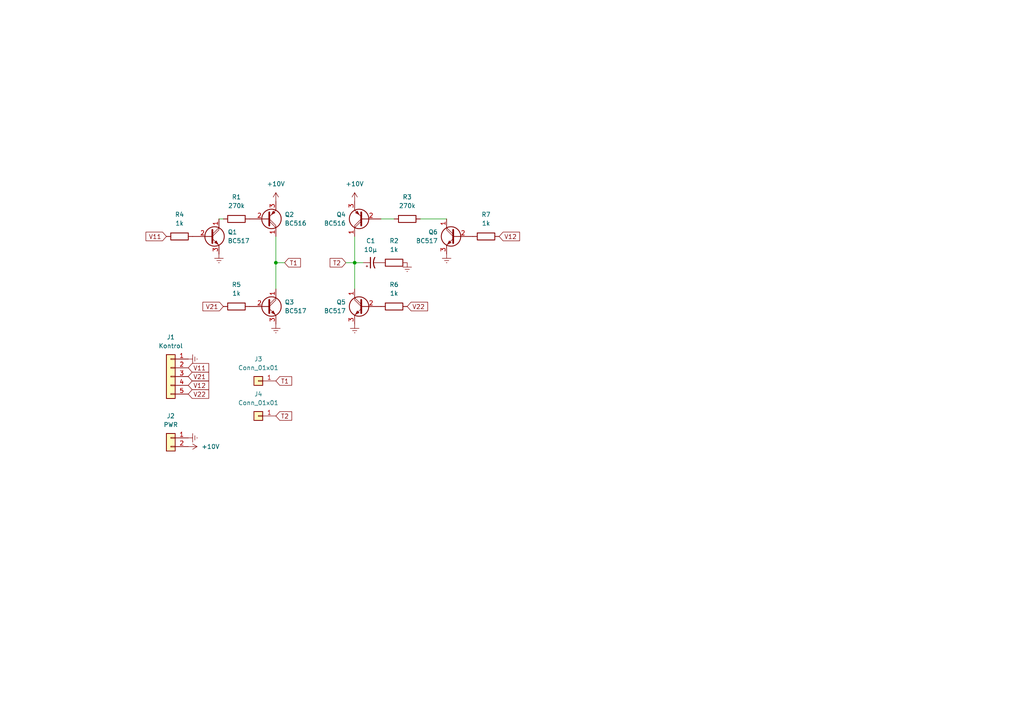
<source format=kicad_sch>
(kicad_sch (version 20211123) (generator eeschema)
  (paper "A4")
  (lib_symbols
    (symbol "Connector_Generic:Conn_01x01" (pin_names (offset 1.016) hide)
      (property "Reference" "J" (at 0 2.54 0))
      (property "Value" "Conn_01x01" (at 0 -2.54 0))
      (symbol "Conn_01x01_1_1"
        (rectangle (start -1.27 0.127) (end 0 -0.127) (stroke (width 0.1524)))
        (rectangle (start -1.27 1.27) (end 1.27 -1.27) (stroke (width 0.254)) (fill (type background)))
        (pin passive line (at -5.08 0 0) (length 3.81) (name "Pin_1") (number "1"))
      )
    )
    (symbol "Connector_Generic:Conn_01x02" (pin_names (offset 1.016) hide)
      (property "Reference" "J" (at 0 2.54 0))
      (property "Value" "Conn_01x02" (at 0 -5.08 0))
      (symbol "Conn_01x02_1_1"
        (rectangle (start -1.27 -2.413) (end 0 -2.667) (stroke (width 0.1524)))
        (rectangle (start -1.27 0.127) (end 0 -0.127) (stroke (width 0.1524)))
        (rectangle (start -1.27 1.27) (end 1.27 -3.81) (stroke (width 0.254)) (fill (type background)))
        (pin passive line (at -5.08 0 0) (length 3.81) (name "Pin_1") (number "1"))
        (pin passive line (at -5.08 -2.54 0) (length 3.81) (name "Pin_2") (number "2"))
      )
    )
    (symbol "Connector_Generic:Conn_01x05" (pin_names (offset 1.016) hide)
      (property "Reference" "J" (at 0 7.62 0))
      (property "Value" "Conn_01x05" (at 0 -7.62 0))
      (symbol "Conn_01x05_1_1"
        (rectangle (start -1.27 -4.953) (end 0 -5.207) (stroke (width 0.1524)))
        (rectangle (start -1.27 -2.413) (end 0 -2.667) (stroke (width 0.1524)))
        (rectangle (start -1.27 0.127) (end 0 -0.127) (stroke (width 0.1524)))
        (rectangle (start -1.27 2.667) (end 0 2.413) (stroke (width 0.1524)))
        (rectangle (start -1.27 5.207) (end 0 4.953) (stroke (width 0.1524)))
        (rectangle (start -1.27 6.35) (end 1.27 -6.35) (stroke (width 0.254)) (fill (type background)))
        (pin passive line (at -5.08 5.08 0) (length 3.81) (name "Pin_1") (number "1"))
        (pin passive line (at -5.08 2.54 0) (length 3.81) (name "Pin_2") (number "2"))
        (pin passive line (at -5.08 0 0) (length 3.81) (name "Pin_3") (number "3"))
        (pin passive line (at -5.08 -2.54 0) (length 3.81) (name "Pin_4") (number "4"))
        (pin passive line (at -5.08 -5.08 0) (length 3.81) (name "Pin_5") (number "5"))
      )
    )
    (symbol "Device:C_Polarized_Small_US" (pin_numbers hide) (pin_names (offset 0.254) hide)
      (property "Reference" "C" (at 0.254 1.778 0))
      (property "Value" "C_Polarized_Small_US" (at 0.254 -2.032 0))
      (symbol "C_Polarized_Small_US_0_1"
        (polyline (pts (xy -1.524 0.508) (xy 1.524 0.508)) (stroke (width 0.3048)))
        (polyline (pts (xy -1.27 1.524) (xy -0.762 1.524)))
        (polyline (pts (xy -1.016 1.27) (xy -1.016 1.778)))
        (arc (start 1.524 -0.762) (mid 0 -0.3734) (end -1.524 -0.762) (stroke (width 0.3048)))
      )
      (symbol "C_Polarized_Small_US_1_1"
        (pin passive line (at 0 2.54 270) (length 2.032) (name "~") (number "1"))
        (pin passive line (at 0 -2.54 90) (length 2.032) (name "~") (number "2"))
      )
    )
    (symbol "Device:R" (pin_numbers hide) (pin_names (offset 0))
      (property "Reference" "R" (at 2.032 0 90))
      (property "Value" "R" (at 0 0 90))
      (symbol "R_0_1"
        (rectangle (start -1.016 -2.54) (end 1.016 2.54) (stroke (width 0.254)))
      )
      (symbol "R_1_1"
        (pin passive line (at 0 3.81 270) (length 1.27) (name "~") (number "1"))
        (pin passive line (at 0 -3.81 90) (length 1.27) (name "~") (number "2"))
      )
    )
    (symbol "Transistor_BJT:BC516" (pin_names (offset 0) hide)
      (property "Reference" "Q" (at 5.08 1.905 0))
      (property "Value" "BC516" (at 5.08 0 0))
      (symbol "BC516_0_1"
        (polyline (pts (xy 0.635 0.635) (xy 2.54 2.54)))
        (polyline (pts (xy 0.635 -0.635) (xy 2.54 -2.54) (xy 2.54 -2.54)))
        (polyline (pts (xy 0.635 0) (xy 2.54 1.905) (xy 2.54 2.54)))
        (polyline (pts (xy 0.635 1.905) (xy 0.635 -1.905) (xy 0.635 -1.905)) (stroke (width 0.508)))
        (polyline (pts (xy 2.286 -1.778) (xy 1.778 -2.286) (xy 1.27 -1.27) (xy 2.286 -1.778) (xy 2.286 -1.778)) (fill (type outline)))
        (circle (center 1.27 0) (radius 2.8194) (stroke (width 0.254)))
      )
      (symbol "BC516_1_1"
        (pin passive line (at 2.54 5.08 270) (length 2.54) (name "C") (number "1"))
        (pin input line (at -5.08 0 0) (length 5.715) (name "B") (number "2"))
        (pin passive line (at 2.54 -5.08 90) (length 2.54) (name "E") (number "3"))
      )
    )
    (symbol "Transistor_BJT:BC517" (pin_names (offset 0) hide)
      (property "Reference" "Q" (at 5.08 1.905 0))
      (property "Value" "BC517" (at 5.08 0 0))
      (symbol "BC517_0_1"
        (polyline (pts (xy 0.635 0.635) (xy 2.54 2.54)))
        (polyline (pts (xy 0.635 -0.635) (xy 2.54 -2.54) (xy 2.54 -2.54)))
        (polyline (pts (xy 0.635 0) (xy 2.54 1.905) (xy 2.54 2.54)))
        (polyline (pts (xy 0.635 1.905) (xy 0.635 -1.905) (xy 0.635 -1.905)) (stroke (width 0.508)))
        (polyline (pts (xy 1.27 -1.778) (xy 1.778 -1.27) (xy 2.286 -2.286) (xy 1.27 -1.778) (xy 1.27 -1.778)) (fill (type outline)))
        (circle (center 1.27 0) (radius 2.8194) (stroke (width 0.254)))
      )
      (symbol "BC517_1_1"
        (pin passive line (at 2.54 5.08 270) (length 2.54) (name "C") (number "1"))
        (pin input line (at -5.08 0 0) (length 5.715) (name "B") (number "2"))
        (pin passive line (at 2.54 -5.08 90) (length 2.54) (name "E") (number "3"))
      )
    )
    (symbol "power:+10V" (power) (pin_names (offset 0))
      (property "Value" "+10V" (at 0 3.556 0))
      (symbol "+10V_0_1"
        (polyline (pts (xy -0.762 1.27) (xy 0 2.54)))
        (polyline (pts (xy 0 0) (xy 0 2.54)))
        (polyline (pts (xy 0 2.54) (xy 0.762 1.27)))
      )
      (symbol "+10V_1_1"
        (pin power_in line (at 0 0 90) (length 0) hide (name "+10V") (number "1"))
      )
    )
    (symbol "power:Earth" (power) (pin_names (offset 0))
      (symbol "Earth_0_1"
        (polyline (pts (xy -0.635 -1.905) (xy 0.635 -1.905)))
        (polyline (pts (xy -0.127 -2.54) (xy 0.127 -2.54)))
        (polyline (pts (xy 0 -1.27) (xy 0 0)))
        (polyline (pts (xy 1.27 -1.27) (xy -1.27 -1.27)))
      )
      (symbol "Earth_1_1"
        (pin power_in line (at 0 0 270) (length 0) hide (name "Earth") (number "1"))
      )
    )
  )
  (junction (at 102.87 76.2))
  (junction (at 80.01 76.2))
  (wire (pts (xy 121.92 63.5) (xy 129.54 63.5)))
  (wire (pts (xy 80.01 68.58) (xy 80.01 76.2)))
  (wire (pts (xy 102.87 76.2) (xy 102.87 83.82)))
  (wire (pts (xy 102.87 76.2) (xy 102.87 68.58)))
  (wire (pts (xy 80.01 76.2) (xy 82.55 76.2)))
  (wire (pts (xy 100.33 76.2) (xy 102.87 76.2)))
  (wire (pts (xy 110.49 63.5) (xy 114.3 63.5)))
  (wire (pts (xy 102.87 76.2) (xy 105.41 76.2)))
  (wire (pts (xy 80.01 76.2) (xy 80.01 83.82)))
  (wire (pts (xy 63.5 63.5) (xy 64.77 63.5)))
  (global_label "V12" (shape input) (at 144.78 68.58 0) (property "Intersheet References" "${INTERSHEET_REFS}" (effects hide)))
  (global_label "T2" (shape input) (at 80.01 120.65 0) (property "Intersheet References" "${INTERSHEET_REFS}" (effects hide)))
  (global_label "V22" (shape input) (at 118.11 88.9 0) (property "Intersheet References" "${INTERSHEET_REFS}" (effects hide)))
  (global_label "V11" (shape input) (at 48.26 68.58 180) (property "Intersheet References" "${INTERSHEET_REFS}" (effects hide)))
  (global_label "V21" (shape input) (at 64.77 88.9 180) (property "Intersheet References" "${INTERSHEET_REFS}" (effects hide)))
  (global_label "V11" (shape input) (at 54.61 106.68 0) (property "Intersheet References" "${INTERSHEET_REFS}" (effects hide)))
  (global_label "V12" (shape input) (at 54.61 111.76 0) (property "Intersheet References" "${INTERSHEET_REFS}" (effects hide)))
  (global_label "T2" (shape input) (at 100.33 76.2 180) (property "Intersheet References" "${INTERSHEET_REFS}" (effects hide)))
  (global_label "V21" (shape input) (at 54.61 109.22 0) (property "Intersheet References" "${INTERSHEET_REFS}" (effects hide)))
  (global_label "T1" (shape input) (at 82.55 76.2 0) (property "Intersheet References" "${INTERSHEET_REFS}" (effects hide)))
  (global_label "T1" (shape input) (at 80.01 110.49 0) (property "Intersheet References" "${INTERSHEET_REFS}" (effects hide)))
  (global_label "V22" (shape input) (at 54.61 114.3 0) (property "Intersheet References" "${INTERSHEET_REFS}" (effects hide)))
  (symbol (lib_id "Transistor_BJT:BC517") (at 77.47 88.9 0) (unit 1)
    (property "Reference" "Q3" (at 82.55 87.6299 0) (effects (justify left)))
    (property "Value" "BC517" (at 82.55 90.1699 0) (effects (justify left)))
    (property "Footprint" "Package_TO_SOT_THT:TO-92_Inline_Wide" (effects hide))
    (property "Datasheet" "https://www.onsemi.com/pub/Collateral/BC517-D74Z-D.PDF" (effects hide))
  )
  (symbol (lib_id "Transistor_BJT:BC517") (at 105.41 88.9 0) (mirror y) (unit 1)
    (property "Reference" "Q5" (at 100.33 87.6299 0) (effects (justify left)))
    (property "Value" "BC517" (at 100.33 90.1699 0) (effects (justify left)))
    (property "Footprint" "Package_TO_SOT_THT:TO-92_Inline_Wide" (effects hide))
    (property "Datasheet" "https://www.onsemi.com/pub/Collateral/BC517-D74Z-D.PDF" (effects hide))
  )
  (symbol (lib_id "Device:C_Polarized_Small_US") (at 107.95 76.2 90) (unit 1)
    (property "Reference" "C1" (at 107.5182 69.85 90))
    (property "Value" "10μ" (at 107.5182 72.39 90))
    (property "Footprint" "Capacitor_THT:CP_Radial_D5.0mm_P2.50mm" (effects hide))
  )
  (symbol (lib_id "power:+10V") (at 102.87 58.42 0) (unit 1)
    (property "Reference" "#PWR04" (effects hide))
    (property "Value" "+10V" (at 102.87 53.34 0))
  )
  (symbol (lib_id "power:+10V") (at 54.61 129.54 270) (mirror x) (unit 1)
    (property "Reference" "#PWR0102" (effects hide))
    (property "Value" "+10V" (at 58.42 129.5399 90) (effects (justify left)))
  )
  (symbol (lib_id "power:Earth") (at 80.01 93.98 0) (unit 1)
    (property "Reference" "#PWR03" (effects hide))
    (property "Value" "Earth" (effects hide))
  )
  (symbol (lib_id "Connector_Generic:Conn_01x01") (at 74.93 120.65 180) (unit 1)
    (property "Reference" "J4" (at 74.93 114.3 0))
    (property "Value" "Conn_01x01" (at 74.93 116.84 0))
    (property "Footprint" "Connector_PinHeader_2.54mm:PinHeader_1x01_P2.54mm_Vertical" (effects hide))
  )
  (symbol (lib_id "Transistor_BJT:BC517") (at 132.08 68.58 0) (mirror y) (unit 1)
    (property "Reference" "Q6" (at 127 67.3099 0) (effects (justify left)))
    (property "Value" "BC517" (at 127 69.8499 0) (effects (justify left)))
    (property "Footprint" "Package_TO_SOT_THT:TO-92_Inline_Wide" (effects hide))
    (property "Datasheet" "https://www.onsemi.com/pub/Collateral/BC517-D74Z-D.PDF" (effects hide))
  )
  (symbol (lib_id "Transistor_BJT:BC516") (at 77.47 63.5 0) (mirror x) (unit 1)
    (property "Reference" "Q2" (at 82.55 62.2299 0) (effects (justify left)))
    (property "Value" "BC516" (at 82.55 64.7699 0) (effects (justify left)))
    (property "Footprint" "Package_TO_SOT_THT:TO-92_Inline_Wide" (effects hide))
    (property "Datasheet" "https://www.onsemi.com/pub/Collateral/BC516-D.PDF" (effects hide))
  )
  (symbol (lib_id "Device:R") (at 68.58 88.9 90) (unit 1)
    (property "Reference" "R5" (at 68.58 82.55 90))
    (property "Value" "1k" (at 68.58 85.09 90))
    (property "Footprint" "Resistor_THT:R_Axial_DIN0207_L6.3mm_D2.5mm_P10.16mm_Horizontal" (effects hide))
  )
  (symbol (lib_id "power:Earth") (at 118.11 76.2 0) (unit 1)
    (property "Reference" "#PWR06" (effects hide))
    (property "Value" "Earth" (effects hide))
  )
  (symbol (lib_id "power:Earth") (at 129.54 73.66 0) (unit 1)
    (property "Reference" "#PWR07" (effects hide))
    (property "Value" "Earth" (effects hide))
  )
  (symbol (lib_id "Connector_Generic:Conn_01x01") (at 74.93 110.49 180) (unit 1)
    (property "Reference" "J3" (at 74.93 104.14 0))
    (property "Value" "Conn_01x01" (at 74.93 106.68 0))
    (property "Footprint" "Connector_PinHeader_2.54mm:PinHeader_1x01_P2.54mm_Vertical" (effects hide))
  )
  (symbol (lib_id "Device:R") (at 68.58 63.5 90) (unit 1)
    (property "Reference" "R1" (at 68.58 57.15 90))
    (property "Value" "270k" (at 68.58 59.69 90))
    (property "Footprint" "Resistor_THT:R_Axial_DIN0204_L3.6mm_D1.6mm_P2.54mm_Vertical" (effects hide))
  )
  (symbol (lib_id "Transistor_BJT:BC516") (at 105.41 63.5 180) (unit 1)
    (property "Reference" "Q4" (at 100.33 62.2299 0) (effects (justify left)))
    (property "Value" "BC516" (at 100.33 64.7699 0) (effects (justify left)))
    (property "Footprint" "Package_TO_SOT_THT:TO-92_Inline_Wide" (effects hide))
    (property "Datasheet" "https://www.onsemi.com/pub/Collateral/BC516-D.PDF" (effects hide))
  )
  (symbol (lib_id "Connector_Generic:Conn_01x02") (at 49.53 127 0) (mirror y) (unit 1)
    (property "Reference" "J2" (at 49.53 120.65 0))
    (property "Value" "PWR" (at 49.53 123.19 0))
    (property "Footprint" "Connector_PinHeader_2.54mm:PinHeader_1x02_P2.54mm_Vertical" (effects hide))
  )
  (symbol (lib_id "Transistor_BJT:BC517") (at 60.96 68.58 0) (unit 1)
    (property "Reference" "Q1" (at 66.04 67.3099 0) (effects (justify left)))
    (property "Value" "BC517" (at 66.04 69.8499 0) (effects (justify left)))
    (property "Footprint" "Package_TO_SOT_THT:TO-92_Inline_Wide" (effects hide))
    (property "Datasheet" "https://www.onsemi.com/pub/Collateral/BC517-D74Z-D.PDF" (effects hide))
  )
  (symbol (lib_id "Device:R") (at 114.3 88.9 90) (unit 1)
    (property "Reference" "R6" (at 114.3 82.55 90))
    (property "Value" "1k" (at 114.3 85.09 90))
    (property "Footprint" "Resistor_THT:R_Axial_DIN0207_L6.3mm_D2.5mm_P10.16mm_Horizontal" (effects hide))
  )
  (symbol (lib_id "power:Earth") (at 63.5 73.66 0) (mirror y) (unit 1)
    (property "Reference" "#PWR01" (effects hide))
    (property "Value" "Earth" (effects hide))
  )
  (symbol (lib_id "power:Earth") (at 102.87 93.98 0) (unit 1)
    (property "Reference" "#PWR05" (effects hide))
    (property "Value" "Earth" (effects hide))
  )
  (symbol (lib_id "Device:R") (at 52.07 68.58 90) (unit 1)
    (property "Reference" "R4" (at 52.07 62.23 90))
    (property "Value" "1k" (at 52.07 64.77 90))
    (property "Footprint" "Resistor_THT:R_Axial_DIN0207_L6.3mm_D2.5mm_P10.16mm_Horizontal" (effects hide))
  )
  (symbol (lib_id "Device:R") (at 114.3 76.2 90) (unit 1)
    (property "Reference" "R2" (at 114.3 69.85 90))
    (property "Value" "1k" (at 114.3 72.39 90))
    (property "Footprint" "Resistor_THT:R_Axial_DIN0207_L6.3mm_D2.5mm_P10.16mm_Horizontal" (effects hide))
  )
  (symbol (lib_id "power:Earth") (at 54.61 127 90) (unit 1)
    (property "Reference" "#PWR0101" (effects hide))
    (property "Value" "Earth" (effects hide))
  )
  (symbol (lib_id "Connector_Generic:Conn_01x05") (at 49.53 109.22 0) (mirror y) (unit 1)
    (property "Reference" "J1" (at 49.53 97.79 0))
    (property "Value" "Kontrol" (at 49.53 100.33 0))
    (property "Footprint" "Connector_PinHeader_2.54mm:PinHeader_1x05_P2.54mm_Vertical" (effects hide))
  )
  (symbol (lib_id "power:Earth") (at 54.61 104.14 90) (unit 1)
    (property "Reference" "#PWR0103" (effects hide))
    (property "Value" "Earth" (effects hide))
  )
  (symbol (lib_id "Device:R") (at 140.97 68.58 90) (unit 1)
    (property "Reference" "R7" (at 140.97 62.23 90))
    (property "Value" "1k" (at 140.97 64.77 90))
    (property "Footprint" "Resistor_THT:R_Axial_DIN0207_L6.3mm_D2.5mm_P10.16mm_Horizontal" (effects hide))
  )
  (symbol (lib_id "power:+10V") (at 80.01 58.42 0) (mirror y) (unit 1)
    (property "Reference" "#PWR02" (effects hide))
    (property "Value" "+10V" (at 80.01 53.34 0))
  )
  (symbol (lib_id "Device:R") (at 118.11 63.5 90) (unit 1)
    (property "Reference" "R3" (at 118.11 57.15 90))
    (property "Value" "270k" (at 118.11 59.69 90))
    (property "Footprint" "Resistor_THT:R_Axial_DIN0204_L3.6mm_D1.6mm_P2.54mm_Vertical" (effects hide))
  )
)
</source>
